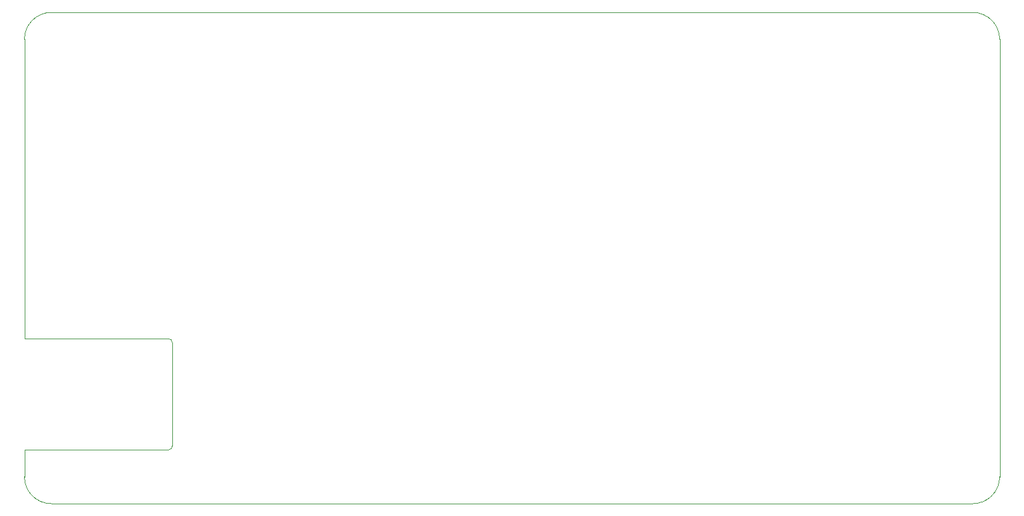
<source format=gbr>
%FSLAX46Y46*%
%MOMM*%
%ADD10C,0.010000*%
G01*
%LPD*%
G01*
%LPD*%
D10*
X0Y28500000D02*
X0Y-10500000D01*
D10*
X0Y-10500000D02*
X18750000Y-10500000D01*
D10*
X19250000Y-11000000D02*
X19250000Y-24500000D01*
D10*
X18750000Y-25000000D02*
X0Y-25000000D01*
D10*
X0Y-25000000D02*
X0Y-28500000D01*
D10*
X3499999Y-32000000D02*
X123500000Y-32000000D01*
D10*
X127000000Y-28500000D02*
X127000000Y28500000D01*
D10*
X123500000Y32000000D02*
X3499999Y32000000D01*
G75*
D10*
G03*
X3499999Y32000000D02*
X0Y28500000I0J-3500000D01*
D10*
G02*
X18750000Y-10500000D02*
X19250000Y-11000000I0J-500000D01*
D10*
G02*
X19250000Y-24500000D02*
X18750000Y-25000000I-500000J0D01*
D10*
G03*
X0Y-28500000D02*
X3499999Y-32000000I3499999J0D01*
D10*
G03*
X123500000Y-32000000D02*
X127000000Y-28500000I0J3500000D01*
D10*
G03*
X127000000Y28500000D02*
X123500000Y32000000I-3500000J0D01*
M02*

</source>
